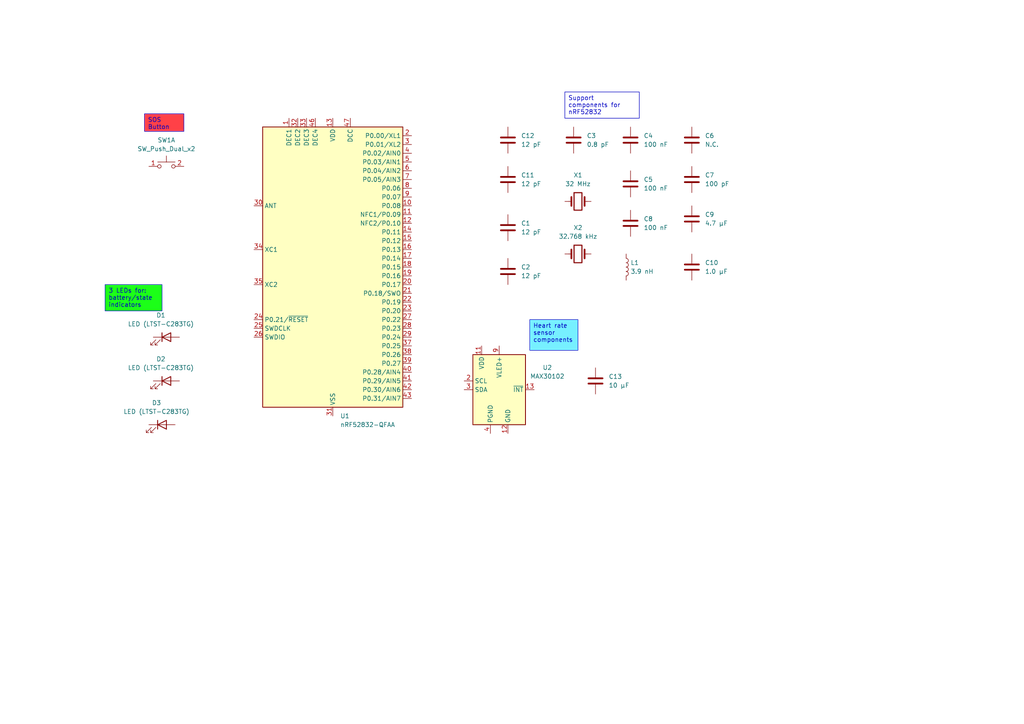
<source format=kicad_sch>
(kicad_sch (version 20250114) (generator "eeschema") (generator_version "9.0")
  (paper "A4")
  (title_block (title "vitality-checker") (date "2025-07-17") (rev "0"))
  (lib_symbols
    (symbol "Device:C" (pin_numbers (hide yes)) (pin_names (offset 0.254))
      (property "Reference" "C" (at 0.635 2.54 0))
      (property "Value" "C" (at 0.635 -2.54 0))
      (symbol "C_0_1"
        (polyline (pts (xy -2.032 0.762) (xy 2.032 0.762)) (stroke (width 0.508)))
        (polyline (pts (xy -2.032 -0.762) (xy 2.032 -0.762)) (stroke (width 0.508)))
      )
      (symbol "C_1_1"
        (pin passive line (at 0 3.81 270) (length 2.794) (name "~") (number "1"))
        (pin passive line (at 0 -3.81 90) (length 2.794) (name "~") (number "2"))
      )
    )
    (symbol "Device:Crystal" (pin_numbers (hide yes)) (pin_names (offset 1.016) (hide yes))
      (property "Reference" "Y" (at 0 3.81 0))
      (property "Value" "Crystal" (at 0 -3.81 0))
      (symbol "Crystal_0_1"
        (polyline (pts (xy -2.54 0) (xy -1.905 0)))
        (polyline (pts (xy -1.905 -1.27) (xy -1.905 1.27)) (stroke (width 0.508)))
        (rectangle (start -1.143 2.54) (end 1.143 -2.54) (stroke (width 0.3048)))
        (polyline (pts (xy 1.905 -1.27) (xy 1.905 1.27)) (stroke (width 0.508)))
        (polyline (pts (xy 2.54 0) (xy 1.905 0)))
      )
      (symbol "Crystal_1_1"
        (pin passive line (at -3.81 0 0) (length 1.27) (name "1") (number "1"))
        (pin passive line (at 3.81 0 180) (length 1.27) (name "2") (number "2"))
      )
    )
    (symbol "Device:L" (pin_numbers (hide yes)) (pin_names (offset 1.016) (hide yes))
      (property "Reference" "L" (at -1.27 0 90))
      (property "Value" "L" (at 1.905 0 90))
      (symbol "L_0_1"
        (arc (start 0 2.54) (mid 0.6323 1.905) (end 0 1.27))
        (arc (start 0 1.27) (mid 0.6323 0.635) (end 0 0))
        (arc (start 0 0) (mid 0.6323 -0.635) (end 0 -1.27))
        (arc (start 0 -1.27) (mid 0.6323 -1.905) (end 0 -2.54))
      )
      (symbol "L_1_1"
        (pin passive line (at 0 3.81 270) (length 1.27) (name "1") (number "1"))
        (pin passive line (at 0 -3.81 90) (length 1.27) (name "2") (number "2"))
      )
    )
    (symbol "Device:LED" (pin_numbers (hide yes)) (pin_names (offset 1.016) (hide yes))
      (property "Reference" "D" (at 0 2.54 0))
      (property "Value" "LED" (at 0 -2.54 0))
      (symbol "LED_0_1"
        (polyline (pts (xy -3.048 -0.762) (xy -4.572 -2.286) (xy -3.81 -2.286) (xy -4.572 -2.286) (xy -4.572 -1.524)))
        (polyline (pts (xy -1.778 -0.762) (xy -3.302 -2.286) (xy -2.54 -2.286) (xy -3.302 -2.286) (xy -3.302 -1.524)))
        (polyline (pts (xy -1.27 0) (xy 1.27 0)))
        (polyline (pts (xy -1.27 -1.27) (xy -1.27 1.27)) (stroke (width 0.254)))
        (polyline (pts (xy 1.27 -1.27) (xy 1.27 1.27) (xy -1.27 0) (xy 1.27 -1.27)) (stroke (width 0.254)))
      )
      (symbol "LED_1_1"
        (pin passive line (at -3.81 0 0) (length 2.54) (name "K") (number "1"))
        (pin passive line (at 3.81 0 180) (length 2.54) (name "A") (number "2"))
      )
    )
    (symbol "MCU_Nordic:nRF52832-QFxx"
      (property "Reference" "U" (at 0 1.27 0))
      (property "Value" "nRF52832-QFxx" (at 0 -1.27 0))
      (symbol "nRF52832-QFxx_0_1"
        (rectangle (start -20.32 40.64) (end 20.32 -40.64) (stroke (width 0.254)) (fill (type background)))
      )
      (symbol "nRF52832-QFxx_1_1"
        (pin passive line (at -22.86 17.78 0) (length 2.54) (name "ANT") (number "30"))
        (pin input line (at -22.86 5.08 0) (length 2.54) (name "XC1") (number "34"))
        (pin input line (at -22.86 -5.08 0) (length 2.54) (name "XC2") (number "35"))
        (pin bidirectional line (at -22.86 -15.24 0) (length 2.54) (name "P0.21/~{RESET}") (number "24"))
        (pin input line (at -22.86 -17.78 0) (length 2.54) (name "SWDCLK") (number "25"))
        (pin bidirectional line (at -22.86 -20.32 0) (length 2.54) (name "SWDIO") (number "26"))
        (pin no_connect line (at -20.32 -30.48 0) (length 2.54) (hide yes) (name "NC") (number "44"))
        (pin passive line (at -12.7 43.18 270) (length 2.54) (name "DEC1") (number "1"))
        (pin passive line (at -10.16 43.18 270) (length 2.54) (name "DEC2") (number "32"))
        (pin passive line (at -7.62 43.18 270) (length 2.54) (name "DEC3") (number "33"))
        (pin passive line (at -5.08 43.18 270) (length 2.54) (name "DEC4") (number "46"))
        (pin power_in line (at 0 43.18 270) (length 2.54) (name "VDD") (number "13"))
        (pin passive line (at 0 43.18 270) (length 2.54) (hide yes) (name "VDD") (number "36"))
        (pin passive line (at 0 43.18 270) (length 2.54) (hide yes) (name "VDD") (number "48"))
        (pin power_in line (at 0 -43.18 90) (length 2.54) (name "VSS") (number "31"))
        (pin passive line (at 0 -43.18 90) (length 2.54) (hide yes) (name "VSS") (number "45"))
        (pin passive line (at 0 -43.18 90) (length 2.54) (hide yes) (name "VSS") (number "49"))
        (pin power_out line (at 5.08 43.18 270) (length 2.54) (name "DCC") (number "47"))
        (pin bidirectional line (at 22.86 38.1 180) (length 2.54) (name "P0.00/XL1") (number "2"))
        (pin bidirectional line (at 22.86 35.56 180) (length 2.54) (name "P0.01/XL2") (number "3"))
        (pin bidirectional line (at 22.86 33.02 180) (length 2.54) (name "P0.02/AIN0") (number "4"))
        (pin bidirectional line (at 22.86 30.48 180) (length 2.54) (name "P0.03/AIN1") (number "5"))
        (pin bidirectional line (at 22.86 27.94 180) (length 2.54) (name "P0.04/AIN2") (number "6"))
        (pin bidirectional line (at 22.86 25.4 180) (length 2.54) (name "P0.05/AIN3") (number "7"))
        (pin bidirectional line (at 22.86 22.86 180) (length 2.54) (name "P0.06") (number "8"))
        (pin bidirectional line (at 22.86 20.32 180) (length 2.54) (name "P0.07") (number "9"))
        (pin bidirectional line (at 22.86 17.78 180) (length 2.54) (name "P0.08") (number "10"))
        (pin bidirectional line (at 22.86 15.24 180) (length 2.54) (name "NFC1/P0.09") (number "11"))
        (pin bidirectional line (at 22.86 12.7 180) (length 2.54) (name "NFC2/P0.10") (number "12"))
        (pin bidirectional line (at 22.86 10.16 180) (length 2.54) (name "P0.11") (number "14"))
        (pin bidirectional line (at 22.86 7.62 180) (length 2.54) (name "P0.12") (number "15"))
        (pin bidirectional line (at 22.86 5.08 180) (length 2.54) (name "P0.13") (number "16"))
        (pin bidirectional line (at 22.86 2.54 180) (length 2.54) (name "P0.14") (number "17"))
        (pin bidirectional line (at 22.86 0 180) (length 2.54) (name "P0.15") (number "18"))
        (pin bidirectional line (at 22.86 -2.54 180) (length 2.54) (name "P0.16") (number "19"))
        (pin bidirectional line (at 22.86 -5.08 180) (length 2.54) (name "P0.17") (number "20"))
        (pin bidirectional line (at 22.86 -7.62 180) (length 2.54) (name "P0.18/SWO") (number "21"))
        (pin bidirectional line (at 22.86 -10.16 180) (length 2.54) (name "P0.19") (number "22"))
        (pin bidirectional line (at 22.86 -12.7 180) (length 2.54) (name "P0.20") (number "23"))
        (pin bidirectional line (at 22.86 -15.24 180) (length 2.54) (name "P0.22") (number "27"))
        (pin bidirectional line (at 22.86 -17.78 180) (length 2.54) (name "P0.23") (number "28"))
        (pin bidirectional line (at 22.86 -20.32 180) (length 2.54) (name "P0.24") (number "29"))
        (pin bidirectional line (at 22.86 -22.86 180) (length 2.54) (name "P0.25") (number "37"))
        (pin bidirectional line (at 22.86 -25.4 180) (length 2.54) (name "P0.26") (number "38"))
        (pin bidirectional line (at 22.86 -27.94 180) (length 2.54) (name "P0.27") (number "39"))
        (pin bidirectional line (at 22.86 -30.48 180) (length 2.54) (name "P0.28/AIN4") (number "40"))
        (pin bidirectional line (at 22.86 -33.02 180) (length 2.54) (name "P0.29/AIN5") (number "41"))
        (pin bidirectional line (at 22.86 -35.56 180) (length 2.54) (name "P0.30/AIN6") (number "42"))
        (pin bidirectional line (at 22.86 -38.1 180) (length 2.54) (name "P0.31/AIN7") (number "43"))
      )
    )
    (symbol "Sensor:MAX30102"
      (property "Reference" "U" (at 7.62 15.24 0))
      (property "Value" "MAX30102" (at 7.62 12.7 0))
      (symbol "MAX30102_0_1"
        (rectangle (start -7.62 10.16) (end 7.62 -10.16) (stroke (width 0.254)) (fill (type background)))
      )
      (symbol "MAX30102_1_1"
        (pin input line (at -10.16 2.54 0) (length 2.54) (name "SCL") (number "2"))
        (pin bidirectional line (at -10.16 0 0) (length 2.54) (name "SDA") (number "3"))
        (pin no_connect line (at -7.62 5.08 0) (length 2.54) (hide yes) (name "NC") (number "1"))
        (pin no_connect line (at -7.62 -2.54 0) (length 2.54) (hide yes) (name "NC") (number "7"))
        (pin power_in line (at -5.08 12.7 270) (length 2.54) (name "VDD") (number "11"))
        (pin power_in line (at -2.54 -12.7 90) (length 2.54) (name "PGND") (number "4"))
        (pin passive line (at 0 12.7 270) (length 2.54) (hide yes) (name "VLED+") (number "10"))
        (pin power_in line (at 0 12.7 270) (length 2.54) (name "VLED+") (number "9"))
        (pin power_in line (at 2.54 -12.7 90) (length 2.54) (name "GND") (number "12"))
        (pin no_connect line (at 7.62 5.08 180) (length 2.54) (hide yes) (name "NC") (number "8"))
        (pin no_connect line (at 7.62 2.54 180) (length 2.54) (hide yes) (name "NC") (number "14"))
        (pin no_connect line (at 7.62 -5.08 180) (length 2.54) (hide yes) (name "NC") (number "6"))
        (pin no_connect line (at 7.62 -7.62 180) (length 2.54) (hide yes) (name "NC") (number "5"))
        (pin output line (at 10.16 0 180) (length 2.54) (name "~{INT}") (number "13"))
      )
    )
    (symbol "Switch:SW_Push_Dual_x2" (pin_names (offset 1.016) (hide yes))
      (property "Reference" "SW" (at 1.27 2.54 0))
      (property "Value" "SW_Push_Dual_x2" (at 0 -1.524 0))
      (symbol "SW_Push_Dual_x2_0_1"
        (circle (center -2.032 0) (radius 0.508))
        (polyline (pts (xy 0 1.27) (xy 0 3.048)))
        (circle (center 2.032 0) (radius 0.508))
        (polyline (pts (xy 2.54 1.27) (xy -2.54 1.27)))
      )
      (symbol "SW_Push_Dual_x2_1_1"
        (pin passive line (at -5.08 0 0) (length 2.54) (name "C") (number "1"))
        (pin passive line (at 5.08 0 180) (length 2.54) (name "D") (number "2"))
      )
      (symbol "SW_Push_Dual_x2_2_1"
        (pin passive line (at -5.08 0 0) (length 2.54) (name "C") (number "3"))
        (pin passive line (at 5.08 0 180) (length 2.54) (name "D") (number "4"))
      )
    )
  )
  (text_box "3 LEDs for: battery/state indicators\n" (at 30.48 82.55 0) (size 16.51 7.62) (margins 0.9525 0.9525 0.9525 0.9525) (fill (type color) (color 28 255 24 1)) (effects (font (size 1.27 1.27)) (justify left top)))
  (text_box "Support components for nRF52832\n" (at 163.83 26.67 0) (size 21.59 7.62) (margins 0.9525 0.9525 0.9525 0.9525) (effects (font (size 1.27 1.27)) (justify left top)))
  (text_box "Heart rate sensor components" (at 153.67 92.71 0) (size 13.97 8.89) (margins 0.9525 0.9525 0.9525 0.9525) (fill (type color) (color 118 240 255 1)) (effects (font (size 1.27 1.27)) (justify left top)))
  (text_box "SOS Button\n" (at 41.91 33.02 0) (size 11.43 5.08) (margins 0.9525 0.9525 0.9525 0.9525) (fill (type color) (color 255 65 71 1)) (effects (font (size 1.27 1.27)) (justify left top)))
  (image (at 391.16 137.16) (scale 1.9945))
  (symbol (lib_id "Sensor:MAX30102") (at 144.78 113.03 0) (unit 1)
    (property "Reference" "U2" (at 158.75 106.6098 0))
    (property "Value" "MAX30102" (at 158.75 109.1498 0))
    (property "Footprint" "OptoDevice:Maxim_OLGA-14_3.3x5.6mm_P0.8mm" (effects (hide yes)))
    (property "Datasheet" "https://datasheets.maximintegrated.com/en/ds/MAX30102.pdf" (effects (hide yes)))
    (property "Description" "Heart Rate Sensor, 14-OLGA" (effects (hide yes)))
  )
  (symbol (lib_id "Device:C") (at 147.32 52.07 0) (unit 1)
    (property "Reference" "C11" (at 151.13 50.7999 0) (effects (justify left)))
    (property "Value" "12 pF" (at 151.13 53.3399 0) (effects (justify left)))
    (property "Description" "Unpolarized capacitor" (effects (hide yes)))
  )
  (symbol (lib_id "Device:C") (at 166.37 40.64 0) (unit 1)
    (property "Reference" "C3" (at 170.18 39.3699 0) (effects (justify left)))
    (property "Value" "0.8 pF" (at 170.18 41.9099 0) (effects (justify left)))
    (property "Description" "Unpolarized capacitor" (effects (hide yes)))
  )
  (symbol (lib_id "Device:C") (at 200.66 40.64 0) (unit 1)
    (property "Reference" "C6" (at 204.47 39.3699 0) (effects (justify left)))
    (property "Value" "N.C." (at 204.47 41.9099 0) (effects (justify left)))
    (property "Description" "Unpolarized capacitor" (effects (hide yes)))
  )
  (symbol (lib_id "Device:LED") (at 48.26 110.49 0) (unit 1)
    (property "Reference" "D2" (at 46.6725 104.14 0))
    (property "Value" "LED (LTST-C283TG)" (at 46.6725 106.68 0))
    (property "Description" "Light emitting diode" (effects (hide yes)))
    (property "Sim.Pins" "1=K 2=A" (effects (hide yes)))
  )
  (symbol (lib_id "Switch:SW_Push_Dual_x2") (at 48.26 48.26 0) (unit 1)
    (property "Reference" "SW1" (at 48.26 40.64 0))
    (property "Value" "SW_Push_Dual_x2" (at 48.26 43.18 0))
    (property "Description" "Push button switch, generic, separate symbols, four pins" (effects (hide yes)))
  )
  (symbol (lib_id "Device:L") (at 181.61 77.47 0) (unit 1)
    (property "Reference" "L1" (at 182.88 76.1999 0) (effects (justify left)))
    (property "Value" "3.9 nH" (at 182.88 78.7399 0) (effects (justify left)))
    (property "Description" "Inductor" (effects (hide yes)))
  )
  (symbol (lib_id "Device:C") (at 200.66 63.5 0) (unit 1)
    (property "Reference" "C9" (at 204.47 62.2299 0) (effects (justify left)))
    (property "Value" "4.7 µF" (at 204.47 64.7699 0) (effects (justify left)))
    (property "Description" "Unpolarized capacitor" (effects (hide yes)))
  )
  (symbol (lib_id "Device:LED") (at 46.99 123.19 0) (unit 1)
    (property "Reference" "D3" (at 45.4025 116.84 0))
    (property "Value" "LED (LTST-C283TG)" (at 45.4025 119.38 0))
    (property "Description" "Light emitting diode" (effects (hide yes)))
    (property "Sim.Pins" "1=K 2=A" (effects (hide yes)))
  )
  (symbol (lib_id "MCU_Nordic:nRF52832-QFxx") (at 96.52 77.47 0) (unit 1)
    (property "Reference" "U1" (at 98.6633 120.65 0) (effects (justify left)))
    (property "Value" "nRF52832-QFAA" (at 98.6633 123.19 0) (effects (justify left)))
    (property "Footprint" "Package_DFN_QFN:QFN-48-1EP_6x6mm_P0.4mm_EP4.6x4.6mm" (effects (hide yes)))
    (property "Datasheet" "http://infocenter.nordicsemi.com/pdf/nRF52832_PS_v1.4.pdf" (effects (hide yes)))
    (property "Description" "Multiprotocol BLE/2.4GHz Cortex-M4 SoC, QFN-48" (effects (hide yes)))
  )
  (symbol (lib_id "Device:C") (at 182.88 53.34 0) (unit 1)
    (property "Reference" "C5" (at 186.69 52.0699 0) (effects (justify left)))
    (property "Value" "100 nF" (at 186.69 54.6099 0) (effects (justify left)))
    (property "Description" "Unpolarized capacitor" (effects (hide yes)))
  )
  (symbol (lib_id "Device:Crystal") (at 167.64 73.66 0) (unit 1)
    (property "Reference" "X2" (at 167.64 66.04 0))
    (property "Value" "32.768 kHz" (at 167.64 68.58 0))
    (property "Description" "Two pin crystal" (effects (hide yes)))
  )
  (symbol (lib_id "Device:LED") (at 48.26 97.79 0) (unit 1)
    (property "Reference" "D1" (at 46.6725 91.44 0))
    (property "Value" "LED (LTST-C283TG)" (at 46.6725 93.98 0))
    (property "Description" "Light emitting diode" (effects (hide yes)))
    (property "Sim.Pins" "1=K 2=A" (effects (hide yes)))
  )
  (symbol (lib_id "Device:C") (at 147.32 40.64 0) (unit 1)
    (property "Reference" "C12" (at 151.13 39.3699 0) (effects (justify left)))
    (property "Value" "12 pF" (at 151.13 41.9099 0) (effects (justify left)))
    (property "Description" "Unpolarized capacitor" (effects (hide yes)))
  )
  (symbol (lib_id "Device:C") (at 200.66 77.47 0) (unit 1)
    (property "Reference" "C10" (at 204.47 76.1999 0) (effects (justify left)))
    (property "Value" "1.0 µF" (at 204.47 78.7399 0) (effects (justify left)))
    (property "Description" "Unpolarized capacitor" (effects (hide yes)))
  )
  (symbol (lib_id "Device:C") (at 182.88 40.64 0) (unit 1)
    (property "Reference" "C4" (at 186.69 39.3699 0) (effects (justify left)))
    (property "Value" "100 nF" (at 186.69 41.9099 0) (effects (justify left)))
    (property "Description" "Unpolarized capacitor" (effects (hide yes)))
  )
  (symbol (lib_id "Device:Crystal") (at 167.64 58.42 0) (unit 1)
    (property "Reference" "X1" (at 167.64 50.8 0))
    (property "Value" "32 MHz" (at 167.64 53.34 0))
    (property "Description" "Two pin crystal" (effects (hide yes)))
  )
  (symbol (lib_id "Device:C") (at 200.66 52.07 0) (unit 1)
    (property "Reference" "C7" (at 204.47 50.7999 0) (effects (justify left)))
    (property "Value" "100 pF" (at 204.47 53.3399 0) (effects (justify left)))
    (property "Description" "Unpolarized capacitor" (effects (hide yes)))
  )
  (symbol (lib_id "Device:C") (at 172.72 110.49 0) (unit 1)
    (property "Reference" "C13" (at 176.53 109.2199 0) (effects (justify left)))
    (property "Value" "10 µF" (at 176.53 111.7599 0) (effects (justify left)))
    (property "Description" "Unpolarized capacitor" (effects (hide yes)))
  )
  (symbol (lib_id "Device:C") (at 147.32 66.04 0) (unit 1)
    (property "Reference" "C1" (at 151.13 64.7699 0) (effects (justify left)))
    (property "Value" "12 pF" (at 151.13 67.3099 0) (effects (justify left)))
    (property "Description" "Unpolarized capacitor" (effects (hide yes)))
  )
  (symbol (lib_id "Device:C") (at 147.32 78.74 0) (unit 1)
    (property "Reference" "C2" (at 151.13 77.4699 0) (effects (justify left)))
    (property "Value" "12 pF" (at 151.13 80.0099 0) (effects (justify left)))
    (property "Description" "Unpolarized capacitor" (effects (hide yes)))
  )
  (symbol (lib_id "Device:C") (at 182.88 64.77 0) (unit 1)
    (property "Reference" "C8" (at 186.69 63.4999 0) (effects (justify left)))
    (property "Value" "100 nF" (at 186.69 66.0399 0) (effects (justify left)))
    (property "Description" "Unpolarized capacitor" (effects (hide yes)))
  )
)
</source>
